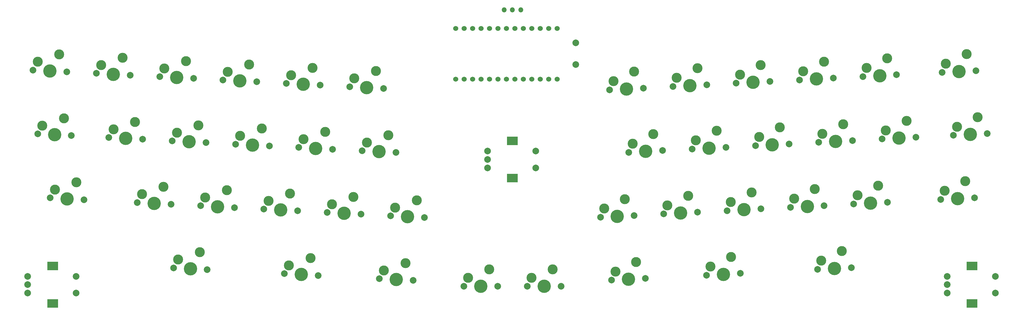
<source format=gbr>
G04 #@! TF.GenerationSoftware,KiCad,Pcbnew,(6.0.10)*
G04 #@! TF.CreationDate,2023-01-29T02:39:10+09:00*
G04 #@! TF.ProjectId,GT40,47543430-2e6b-4696-9361-645f70636258,rev?*
G04 #@! TF.SameCoordinates,Original*
G04 #@! TF.FileFunction,Soldermask,Top*
G04 #@! TF.FilePolarity,Negative*
%FSLAX46Y46*%
G04 Gerber Fmt 4.6, Leading zero omitted, Abs format (unit mm)*
G04 Created by KiCad (PCBNEW (6.0.10)) date 2023-01-29 02:39:10*
%MOMM*%
%LPD*%
G01*
G04 APERTURE LIST*
%ADD10C,2.000000*%
%ADD11R,3.200000X2.500000*%
%ADD12C,4.000000*%
%ADD13C,3.000000*%
%ADD14O,1.500000X1.500000*%
%ADD15C,1.524000*%
G04 APERTURE END LIST*
D10*
X25837500Y-99425000D03*
X25837500Y-104425000D03*
X25837500Y-101925000D03*
D11*
X33337500Y-107525000D03*
X33337500Y-96325000D03*
D10*
X40337500Y-104425000D03*
X40337500Y-99425000D03*
D12*
X206327600Y-100300500D03*
D13*
X202389888Y-97963381D03*
D10*
X201254562Y-100566367D03*
D13*
X208598252Y-95094529D03*
D10*
X211400638Y-100034633D03*
D12*
X221976500Y-80404200D03*
D13*
X218038788Y-78067081D03*
D10*
X216903462Y-80670067D03*
X227049538Y-80138333D03*
D13*
X224247152Y-75198229D03*
D10*
X229816662Y-99069467D03*
D12*
X234889700Y-98803600D03*
D10*
X239962738Y-98537733D03*
D13*
X230951988Y-96466481D03*
X237160352Y-93597629D03*
X227035452Y-36899829D03*
X220827088Y-39768681D03*
D12*
X224764800Y-42105800D03*
D10*
X219691762Y-42371667D03*
X229837838Y-41839933D03*
D13*
X245603888Y-57546281D03*
D10*
X244468562Y-60149267D03*
D12*
X249541600Y-59883400D03*
D13*
X251812252Y-54677429D03*
D10*
X254614638Y-59617533D03*
D13*
X208011552Y-37896829D03*
D10*
X210813938Y-42836933D03*
D13*
X201803188Y-40765681D03*
D10*
X200667862Y-43368667D03*
D12*
X205740900Y-43102800D03*
X202978900Y-81399800D03*
D10*
X208051938Y-81133933D03*
X197905862Y-81665667D03*
D13*
X205249552Y-76193829D03*
X199041188Y-79062681D03*
D10*
X263108462Y-97324767D03*
D12*
X268181500Y-97058900D03*
D13*
X264243788Y-94721781D03*
D10*
X273254538Y-96793033D03*
D13*
X270452152Y-91852929D03*
X213764452Y-56671429D03*
X207556088Y-59540281D03*
D10*
X216566838Y-61611533D03*
D12*
X211493800Y-61877400D03*
D10*
X206420762Y-62143267D03*
X246099738Y-79139933D03*
D13*
X237088988Y-77068681D03*
D12*
X241026700Y-79405800D03*
D10*
X235953662Y-79671667D03*
D13*
X243297352Y-74199829D03*
D10*
X257713162Y-40379067D03*
D13*
X258848488Y-37776081D03*
X265056852Y-34907229D03*
D12*
X262786200Y-40113200D03*
D10*
X267859238Y-39847333D03*
X263466162Y-59153667D03*
D13*
X264601488Y-56550681D03*
X270809852Y-53681829D03*
D10*
X273612238Y-58621933D03*
D12*
X268539200Y-58887800D03*
X260050600Y-78408800D03*
D10*
X265123638Y-78142933D03*
X254977562Y-78674667D03*
D13*
X262321252Y-73202829D03*
X256112888Y-76071681D03*
D10*
X310305338Y-75775133D03*
D13*
X301294588Y-73703881D03*
D10*
X300159262Y-76306867D03*
D13*
X307502952Y-70835029D03*
D12*
X305232300Y-76041000D03*
D10*
X292662438Y-57623533D03*
D13*
X289860052Y-52683429D03*
D12*
X287589400Y-57889400D03*
D13*
X283651688Y-55552281D03*
D10*
X282516362Y-58155267D03*
D13*
X284080752Y-33910229D03*
X277872388Y-36779081D03*
D12*
X281810100Y-39116200D03*
D10*
X276737062Y-39382067D03*
X286883138Y-38850333D03*
X238689262Y-41376067D03*
D13*
X246032952Y-35904229D03*
D12*
X243762300Y-41110200D03*
D10*
X248835338Y-40844333D03*
D13*
X239824588Y-38773081D03*
D10*
X274001462Y-77677667D03*
D13*
X281345152Y-72205829D03*
D10*
X284147538Y-77145933D03*
D12*
X279074500Y-77411800D03*
D13*
X275136788Y-75074681D03*
X305053588Y-54430681D03*
D10*
X314064338Y-56501933D03*
D13*
X311261952Y-51561829D03*
D10*
X303918262Y-57033667D03*
D12*
X308991300Y-56767800D03*
D10*
X302062500Y-99425000D03*
X302062500Y-104425000D03*
X302062500Y-101925000D03*
D11*
X309562500Y-96325000D03*
X309562500Y-107525000D03*
D10*
X316562500Y-104425000D03*
X316562500Y-99425000D03*
X167005000Y-102393700D03*
D13*
X158115000Y-99853700D03*
D10*
X156845000Y-102393700D03*
D12*
X161925000Y-102393700D03*
D13*
X164465000Y-97313700D03*
X177165000Y-99853700D03*
D10*
X175895000Y-102393700D03*
X186055000Y-102393700D03*
D12*
X180975000Y-102393700D03*
D13*
X183515000Y-97313700D03*
D10*
X163950000Y-61793700D03*
X163950000Y-66793700D03*
X163950000Y-64293700D03*
D11*
X171450000Y-69893700D03*
X171450000Y-58693700D03*
D10*
X178450000Y-66793700D03*
X178450000Y-61793700D03*
D13*
X54352186Y-33745695D03*
D10*
X46476762Y-38419933D03*
D13*
X47877955Y-35949881D03*
D12*
X51549800Y-38685800D03*
D10*
X56622838Y-38951667D03*
X75646738Y-39948667D03*
D13*
X73376086Y-34742695D03*
X66901855Y-36946881D03*
D10*
X65500662Y-39416933D03*
D12*
X70573700Y-39682800D03*
D13*
X70660855Y-56219981D03*
D10*
X69259662Y-58690033D03*
X79405738Y-59221767D03*
D13*
X77135086Y-54015795D03*
D12*
X74332700Y-58955900D03*
D13*
X51636955Y-55222981D03*
D12*
X55308800Y-57958900D03*
D10*
X50235762Y-57693033D03*
X60381838Y-58224767D03*
D13*
X58111186Y-53018795D03*
X89684655Y-57216981D03*
D12*
X93356500Y-59952900D03*
D10*
X98429538Y-60218767D03*
X88283462Y-59687033D03*
D13*
X96158886Y-55012795D03*
D10*
X117453438Y-61215767D03*
D12*
X112380400Y-60949900D03*
D13*
X115182786Y-56009795D03*
D10*
X107307362Y-60684033D03*
D13*
X108708555Y-58213981D03*
D10*
X58750662Y-77215433D03*
X68896738Y-77747167D03*
D13*
X60151855Y-74745381D03*
X66626086Y-72541195D03*
D12*
X63823700Y-77481300D03*
X131404300Y-61946900D03*
D13*
X127732455Y-59210981D03*
X134206686Y-57006795D03*
D10*
X126331262Y-61681033D03*
X136477338Y-62212767D03*
X37598938Y-37954667D03*
X27452862Y-37422933D03*
D12*
X32525900Y-37688800D03*
D13*
X28854055Y-34952881D03*
X35328286Y-32748695D03*
D10*
X113694538Y-41942667D03*
D12*
X108621500Y-41676800D03*
D13*
X111423886Y-36736695D03*
X104949655Y-38940881D03*
D10*
X103548462Y-41410933D03*
D12*
X120895400Y-80472300D03*
D13*
X123697786Y-75532195D03*
D10*
X115822362Y-80206433D03*
D13*
X117223555Y-77736381D03*
D10*
X125968438Y-80738167D03*
D13*
X123976655Y-39937981D03*
D10*
X122575462Y-42408033D03*
X132721538Y-42939767D03*
D12*
X127648500Y-42673900D03*
D13*
X130450886Y-37733795D03*
D12*
X37665900Y-76110400D03*
D10*
X42738938Y-76376267D03*
X32592862Y-75844533D03*
D13*
X40468286Y-71170295D03*
X33994055Y-73374481D03*
D12*
X82847600Y-78478300D03*
D10*
X77774562Y-78212433D03*
D13*
X79175755Y-75742381D03*
D10*
X87920638Y-78744167D03*
D13*
X85649986Y-73538195D03*
X92399986Y-35739695D03*
D10*
X84524562Y-40413933D03*
X94670638Y-40945667D03*
D13*
X85925755Y-37943881D03*
D12*
X89597600Y-40679800D03*
D10*
X106944538Y-79741167D03*
D13*
X104673886Y-74535195D03*
D10*
X96798462Y-79209433D03*
D12*
X101871500Y-79475300D03*
D13*
X98199655Y-76739381D03*
X136247455Y-78733381D03*
X142721686Y-76529195D03*
D12*
X139919300Y-81469300D03*
D10*
X144992338Y-81735167D03*
X134846262Y-81203433D03*
D13*
X132872455Y-97632681D03*
D10*
X141617338Y-100634467D03*
D13*
X139346686Y-95428495D03*
D12*
X136544300Y-100368600D03*
D10*
X131471262Y-100102733D03*
D12*
X108008500Y-98873100D03*
D10*
X113081538Y-99138967D03*
X102935462Y-98607233D03*
D13*
X110810886Y-93932995D03*
X104336655Y-96137181D03*
D10*
X38979938Y-57103167D03*
D13*
X36709286Y-51897195D03*
D12*
X33906900Y-56837300D03*
D13*
X30235055Y-54101381D03*
D10*
X28833862Y-56571433D03*
X79789638Y-97394167D03*
D13*
X71044755Y-94392381D03*
D10*
X69643562Y-96862433D03*
D13*
X77518986Y-92188195D03*
D12*
X74716600Y-97128300D03*
X305616300Y-37868600D03*
D13*
X307886952Y-32662629D03*
D10*
X310689338Y-37602733D03*
X300543262Y-38134467D03*
D13*
X301678588Y-35531481D03*
X232788352Y-55674429D03*
D12*
X230517700Y-60880400D03*
D10*
X225444662Y-61146267D03*
D13*
X226579988Y-58543281D03*
D10*
X235590738Y-60614533D03*
X190500000Y-29250000D03*
X190500000Y-35750000D03*
D14*
X171450000Y-19350000D03*
X168950000Y-19350000D03*
X173950000Y-19350000D03*
D15*
X156972000Y-40156400D03*
X159512000Y-40156400D03*
X162052000Y-40156400D03*
X164592000Y-40156400D03*
X167132000Y-40156400D03*
X169672000Y-40156400D03*
X172212000Y-40156400D03*
X174752000Y-40156400D03*
X177292000Y-40156400D03*
X179832000Y-40156400D03*
X182372000Y-40156400D03*
X184912000Y-40156400D03*
X184912000Y-24936400D03*
X182372000Y-24936400D03*
X179832000Y-24936400D03*
X177292000Y-24936400D03*
X174752000Y-24936400D03*
X172212000Y-24936400D03*
X169672000Y-24936400D03*
X167132000Y-24936400D03*
X164592000Y-24936400D03*
X162052000Y-24936400D03*
X159512000Y-24936400D03*
X156972000Y-24936400D03*
X154432000Y-24936400D03*
X154432000Y-40156400D03*
M02*

</source>
